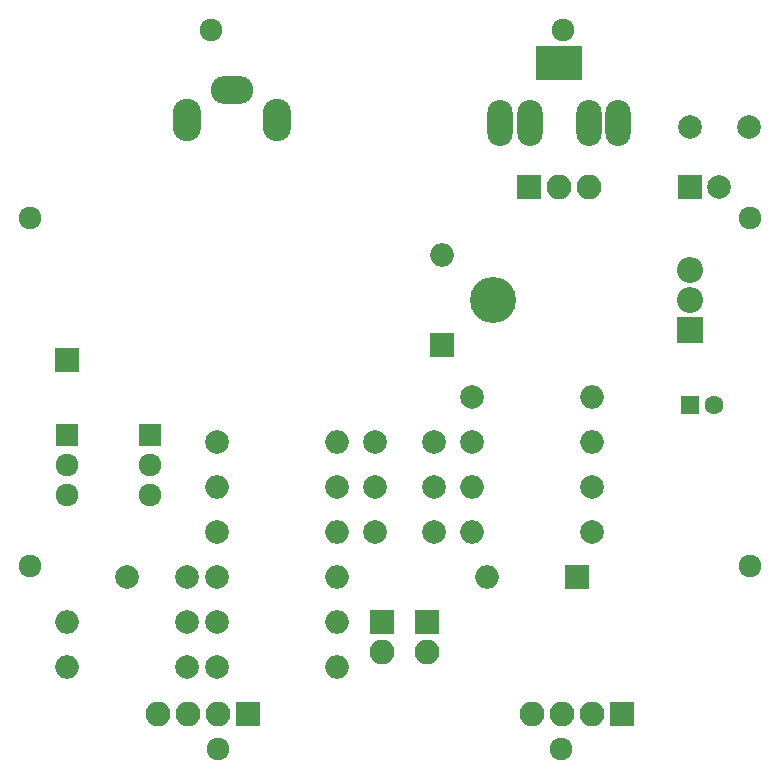
<source format=gts>
G04 #@! TF.FileFunction,Soldermask,Top*
%FSLAX46Y46*%
G04 Gerber Fmt 4.6, Leading zero omitted, Abs format (unit mm)*
G04 Created by KiCad (PCBNEW 4.0.7) date 08/08/19 12:55:23*
%MOMM*%
%LPD*%
G01*
G04 APERTURE LIST*
%ADD10C,0.100000*%
%ADD11O,2.398980X3.597860*%
%ADD12O,3.597860X2.398980*%
%ADD13C,2.000000*%
%ADD14R,2.000000X2.000000*%
%ADD15O,2.000000X2.000000*%
%ADD16R,2.100000X2.100000*%
%ADD17O,2.100000X2.100000*%
%ADD18R,3.900000X2.900000*%
%ADD19O,2.150000X3.900000*%
%ADD20C,1.924000*%
%ADD21C,1.920000*%
%ADD22R,1.920000X1.920000*%
%ADD23R,1.600000X1.600000*%
%ADD24C,1.600000*%
%ADD25O,3.900000X3.900000*%
%ADD26R,2.200000X2.200000*%
%ADD27O,2.200000X2.200000*%
G04 APERTURE END LIST*
D10*
D11*
X133350000Y-71120000D03*
D12*
X137160000Y-68580000D03*
D11*
X140970000Y-71120000D03*
D13*
X149225000Y-102235000D03*
X154225000Y-102235000D03*
X149225000Y-98425000D03*
X154225000Y-98425000D03*
X149225000Y-106045000D03*
X154225000Y-106045000D03*
X128270000Y-109855000D03*
X133270000Y-109855000D03*
D14*
X166370000Y-109855000D03*
D15*
X158750000Y-109855000D03*
D16*
X138515000Y-121400000D03*
D17*
X135975000Y-121400000D03*
X133435000Y-121400000D03*
X130895000Y-121400000D03*
D16*
X170115000Y-121400000D03*
D17*
X167575000Y-121400000D03*
X165035000Y-121400000D03*
X162495000Y-121400000D03*
D16*
X123190000Y-91440000D03*
D18*
X164830000Y-66349000D03*
D19*
X169830000Y-71355000D03*
X159830000Y-71355000D03*
X167330000Y-71355000D03*
X162330000Y-71355000D03*
D16*
X162290000Y-76835000D03*
D17*
X164830000Y-76835000D03*
X167370000Y-76835000D03*
D13*
X167640000Y-102235000D03*
D15*
X157480000Y-102235000D03*
D13*
X146050000Y-102235000D03*
D15*
X135890000Y-102235000D03*
D13*
X167640000Y-106045000D03*
D15*
X157480000Y-106045000D03*
D13*
X157480000Y-94615000D03*
D15*
X167640000Y-94615000D03*
D13*
X157480000Y-98425000D03*
D15*
X167640000Y-98425000D03*
D13*
X133350000Y-117475000D03*
D15*
X123190000Y-117475000D03*
D13*
X133350000Y-113665000D03*
D15*
X123190000Y-113665000D03*
D13*
X135890000Y-98425000D03*
D15*
X146050000Y-98425000D03*
D13*
X135890000Y-117475000D03*
D15*
X146050000Y-117475000D03*
D13*
X135890000Y-106045000D03*
D15*
X146050000Y-106045000D03*
D13*
X135890000Y-109855000D03*
D15*
X146050000Y-109855000D03*
D13*
X135890000Y-113665000D03*
D15*
X146050000Y-113665000D03*
D20*
X135915000Y-124400000D03*
X181015000Y-108892000D03*
X165115000Y-63500000D03*
X181015000Y-79400000D03*
X165015000Y-124400000D03*
X120015000Y-108892000D03*
X135315000Y-63500000D03*
D21*
X123190000Y-100330000D03*
X123190000Y-102870000D03*
D22*
X123190000Y-97790000D03*
D21*
X130175000Y-100330000D03*
X130175000Y-102870000D03*
D22*
X130175000Y-97790000D03*
D23*
X175895000Y-95250000D03*
D24*
X177895000Y-95250000D03*
D14*
X175895000Y-76835000D03*
D13*
X178395000Y-76835000D03*
X175895000Y-71755000D03*
X180895000Y-71755000D03*
D16*
X153670000Y-113665000D03*
D17*
X153670000Y-116205000D03*
D16*
X149860000Y-113665000D03*
D17*
X149860000Y-116205000D03*
D25*
X159235000Y-86360000D03*
D26*
X175895000Y-88900000D03*
D27*
X175895000Y-86360000D03*
X175895000Y-83820000D03*
D14*
X154940000Y-90170000D03*
D15*
X154940000Y-82550000D03*
D20*
X120015000Y-79400000D03*
M02*

</source>
